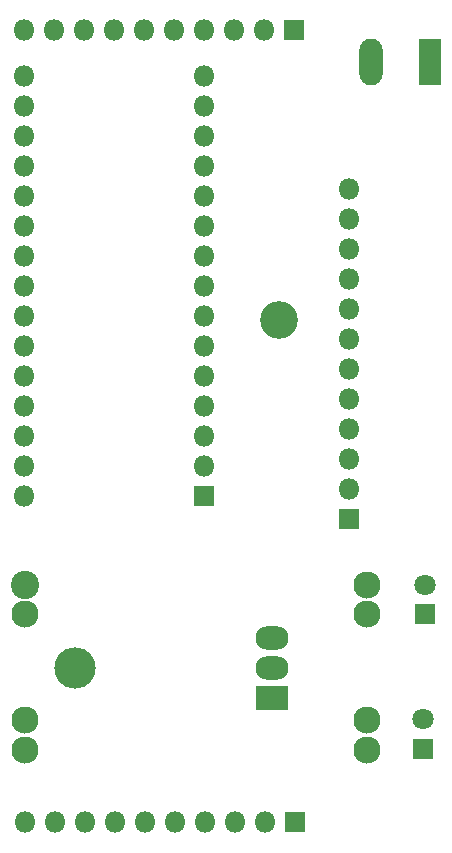
<source format=gbr>
%TF.GenerationSoftware,KiCad,Pcbnew,8.0.6*%
%TF.CreationDate,2025-08-05T17:05:13-05:00*%
%TF.ProjectId,PPDuino_Nano_Procesador,50504475-696e-46f5-9f4e-616e6f5f5072,rev?*%
%TF.SameCoordinates,Original*%
%TF.FileFunction,Soldermask,Bot*%
%TF.FilePolarity,Negative*%
%FSLAX46Y46*%
G04 Gerber Fmt 4.6, Leading zero omitted, Abs format (unit mm)*
G04 Created by KiCad (PCBNEW 8.0.6) date 2025-08-05 17:05:13*
%MOMM*%
%LPD*%
G01*
G04 APERTURE LIST*
%ADD10R,1.800000X1.800000*%
%ADD11O,1.800000X1.800000*%
%ADD12C,1.800000*%
%ADD13R,1.980000X3.960000*%
%ADD14O,1.980000X3.960000*%
%ADD15O,3.500000X3.500000*%
%ADD16R,2.800000X2.000000*%
%ADD17O,2.800000X2.000000*%
%ADD18C,2.300000*%
%ADD19C,2.400000*%
%ADD20C,3.200000*%
G04 APERTURE END LIST*
D10*
%TO.C,A1*%
X108100000Y-90120000D03*
D11*
X108100000Y-87580000D03*
X108100000Y-85040000D03*
X108100000Y-82500000D03*
X108100000Y-79960000D03*
X108100000Y-77420000D03*
X108100000Y-74880000D03*
X108100000Y-72340000D03*
X108100000Y-69800000D03*
X108100000Y-67260000D03*
X108100000Y-64720000D03*
X108100000Y-62180000D03*
X108100000Y-59640000D03*
X108100000Y-57100000D03*
X108100000Y-54560000D03*
X92860000Y-54560000D03*
X92860000Y-57100000D03*
X92860000Y-59640000D03*
X92860000Y-62180000D03*
X92860000Y-64720000D03*
X92860000Y-67260000D03*
X92860000Y-69800000D03*
X92860000Y-72340000D03*
X92860000Y-74880000D03*
X92860000Y-77420000D03*
X92860000Y-79960000D03*
X92860000Y-82500000D03*
X92860000Y-85040000D03*
X92860000Y-87580000D03*
X92860000Y-90120000D03*
%TD*%
D10*
%TO.C,C1*%
X126800000Y-100100000D03*
D12*
X126800000Y-97600000D03*
%TD*%
D13*
%TO.C,J1*%
X127200000Y-53340000D03*
D14*
X122200000Y-53340000D03*
%TD*%
D10*
%TO.C,J2*%
X120300000Y-92040000D03*
D11*
X120300000Y-89500000D03*
X120300000Y-86960000D03*
X120300000Y-84420000D03*
X120300000Y-81880000D03*
X120300000Y-79340000D03*
X120300000Y-76800000D03*
X120300000Y-74260000D03*
X120300000Y-71720000D03*
X120300000Y-69180000D03*
X120300000Y-66640000D03*
X120300000Y-64100000D03*
%TD*%
D10*
%TO.C,J12*%
X115715000Y-50665000D03*
D11*
X113175000Y-50665000D03*
X110635000Y-50665000D03*
X108095000Y-50665000D03*
X105555000Y-50665000D03*
X103015000Y-50665000D03*
X100475000Y-50665000D03*
X97935000Y-50665000D03*
X95395000Y-50665000D03*
X92855000Y-50665000D03*
%TD*%
D10*
%TO.C,C2*%
X126600000Y-111505113D03*
D12*
X126600000Y-109005113D03*
%TD*%
D15*
%TO.C,U1*%
X97170000Y-104700000D03*
D16*
X113830000Y-107240000D03*
D17*
X113830000Y-104700000D03*
X113830000Y-102160000D03*
%TD*%
D18*
%TO.C,U6*%
X121900000Y-111600000D03*
X121900000Y-109100000D03*
X121900000Y-100100000D03*
X121900000Y-97600000D03*
X92900000Y-111600000D03*
X92900000Y-109100000D03*
X92900000Y-100100000D03*
D19*
X92900000Y-97600000D03*
%TD*%
D20*
%TO.C,REF\u002A\u002A*%
X114400000Y-75200000D03*
%TD*%
D10*
%TO.C,J11*%
X115740000Y-117700000D03*
D11*
X113200000Y-117700000D03*
X110660000Y-117700000D03*
X108120000Y-117700000D03*
X105580000Y-117700000D03*
X103040000Y-117700000D03*
X100500000Y-117700000D03*
X97960000Y-117700000D03*
X95420000Y-117700000D03*
X92880000Y-117700000D03*
%TD*%
M02*

</source>
